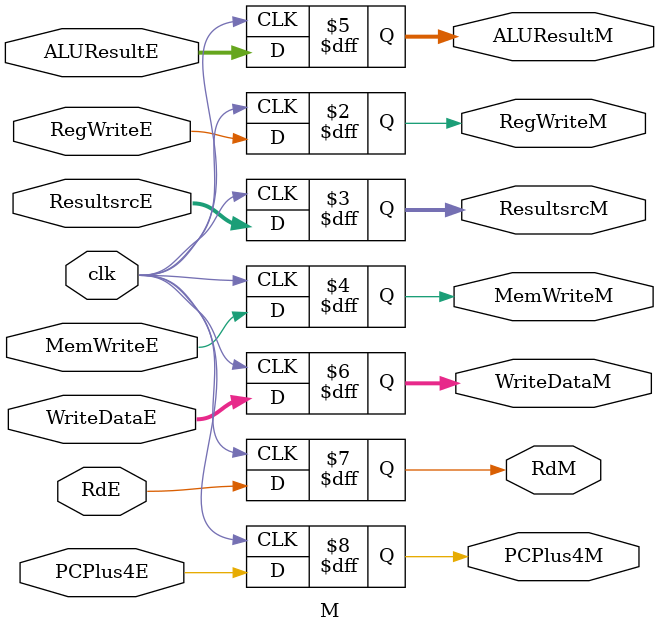
<source format=sv>
module M #(
    parameter DATA_WIDTH = 32
)(
    input logic                         clk,
    input logic                         RegWriteE,
    input logic  [1:0]                  ResultsrcE,
    input logic                         MemWriteE,
    input logic  [DATA_WIDTH-1:0]       ALUResultE,
    input logic  [DATA_WIDTH-1:0]       WriteDataE,
    input logic                         RdE,
    input logic                         PCPlus4E,

    output logic                         RegWriteM,
    output logic  [1:0]                  ResultsrcM,
    output logic                         MemWriteM,
    output logic  [DATA_WIDTH-1:0]       ALUResultM,
    output logic  [DATA_WIDTH-1:0]       WriteDataM,
    output logic                         RdM,
    output logic                         PCPlus4M
);

always_ff @(posedge clk) begin
    RegWriteM <= RegWriteE;
    ResultsrcM <= ResultsrcE;
    MemWriteM <= MemWriteE;
    ALUResultM <= ALUResultE;
    WriteDataM <= WriteDataE;
    RdM <= RdE;
    PCPlus4M <= PCPlus4E;
end

endmodule
</source>
